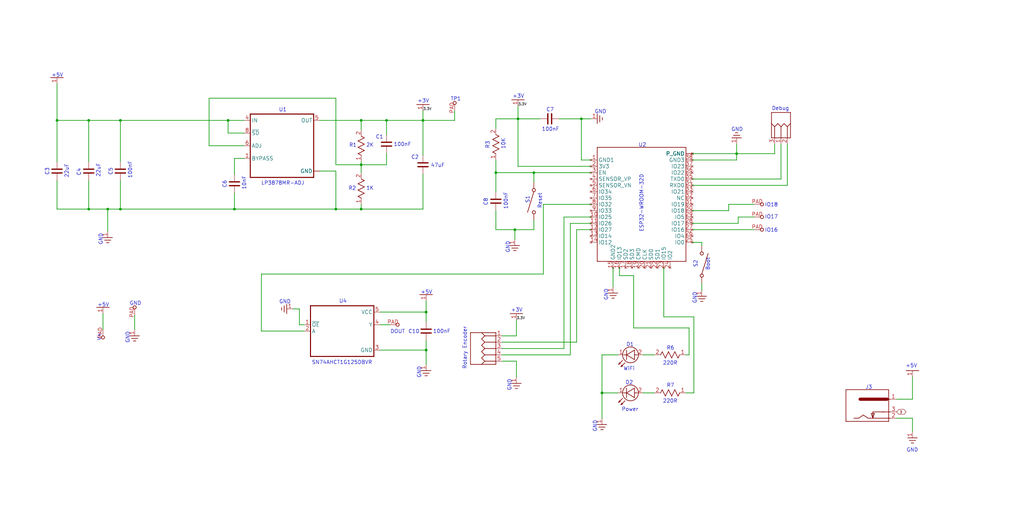
<source format=kicad_sch>
(kicad_sch (version 20250114) (generator "eeschema") (generator_version "9.0")
  (paper "User" 410.464 210.007)
  (lib_symbols
    (symbol "Control Board-eagle-import:+3V" (power)
      (symbol "+3V_1_0"
        (polyline (pts (xy -2.54 0) (xy 2.54 0)) (stroke (width 0.25)))
        (pin power_in line (at 0 -2.54 90) (length 2.54) (name "+3V3") (number "1"))
      )
    )
    (symbol "Control Board-eagle-import:+5V" (power)
      (symbol "+5V_1_0"
        (polyline (pts (xy -2.54 0) (xy 2.54 0)) (stroke (width 0.25)))
        (pin power_in line (at 0 -2.54 90) (length 2.54) (name "+5V") (number "1"))
      )
    )
    (symbol "Control Board-eagle-import:694108301002"
      (symbol "694108301002_1_0"
        (polyline (pts (xy -8.89 6.35) (xy 8.255 6.35)) (stroke (width 0.25)))
        (polyline (pts (xy -8.89 -6.35) (xy -8.89 6.35)) (stroke (width 0.25)))
        (polyline (pts (xy -3.826 -5.08) (xy -5.731 -5.08)) (stroke (width 0.25)))
        (polyline (pts (xy -1.921 -3.81) (xy -3.826 -5.08)) (stroke (width 0.25)))
        (polyline (pts (xy -0.016 -5.08) (xy -1.921 -3.81)) (stroke (width 0.25)))
        (polyline (pts (xy 1.254 -3.175) (xy 2.524 -3.175)) (stroke (width 0.25)))
        (polyline (pts (xy 1.889 -2.54) (xy 1.889 -5.08)) (stroke (width 0.25)))
        (polyline (pts (xy 1.889 -5.08) (xy 1.254 -3.175)) (stroke (width 0.25)))
        (polyline (pts (xy 2.524 -3.175) (xy 1.889 -5.08)) (stroke (width 0.25)))
        (polyline (pts (xy 6.334 -2.54) (xy 1.889 -2.54)) (stroke (width 0.25)))
        (polyline (pts (xy 7.604 2.54) (xy -3.191 2.54)) (stroke (width 1.27)))
        (polyline (pts (xy 8.255 6.35) (xy 8.255 -6.35)) (stroke (width 0.25)))
        (polyline (pts (xy 8.255 -6.35) (xy -8.89 -6.35)) (stroke (width 0.25)))
        (polyline (pts (xy 8.874 2.54) (xy 8.239 2.54)) (stroke (width 0.25)))
        (polyline (pts (xy 8.89 -2.54) (xy 5.699 -2.54)) (stroke (width 0.25)))
        (polyline (pts (xy 8.89 -5.08) (xy -0.016 -5.08)) (stroke (width 0.25)))
        (pin power_in line (at 11.43 2.54 180) (length 2.54) (name "1") (number "1"))
        (pin power_in line (at 11.43 -2.54 180) (length 2.54) (name "3") (number "3"))
        (pin power_in line (at 11.43 -5.08 180) (length 2.54) (name "2") (number "2"))
      )
    )
    (symbol "Control Board-eagle-import:BOOT"
      (symbol "BOOT_1_0"
        (circle (center -4.445 0.013) (radius 0.635) (stroke (width 0.254)))
        (polyline (pts (xy -3.81 0.013) (xy 4.445 -2.527)) (stroke (width 0.25)))
        (circle (center 4.445 0.013) (radius 0.635) (stroke (width 0.254)))
        (pin passive line (at -7.62 0.013 0) (length 2.54) (name "C1") (number "1"))
        (pin passive line (at -7.62 0.013 0) (length 2.54) (name "C1") (number "4"))
        (pin passive line (at 7.62 0.013 180) (length 2.54) (name "C2") (number "2"))
        (pin passive line (at 7.62 0.013 180) (length 2.54) (name "C2") (number "3"))
      )
    )
    (symbol "Control Board-eagle-import:DEBUG"
      (symbol "DEBUG_1_0"
        (polyline (pts (xy -5.08 3.81) (xy 5.08 3.81)) (stroke (width 0.25)))
        (polyline (pts (xy -5.08 -3.81) (xy -5.08 3.81)) (stroke (width 0.25)))
        (polyline (pts (xy -0.635 3.81) (xy 0.635 2.54)) (stroke (width 0.25)))
        (polyline (pts (xy -0.635 1.27) (xy 0.635 2.54)) (stroke (width 0.25)))
        (polyline (pts (xy -0.635 1.27) (xy 0.635 0)) (stroke (width 0.25)))
        (polyline (pts (xy -0.635 -1.27) (xy 0.635 0)) (stroke (width 0.25)))
        (polyline (pts (xy -0.635 -1.27) (xy 0.635 -2.54)) (stroke (width 0.25)))
        (polyline (pts (xy -0.635 -3.81) (xy 0.635 -2.54)) (stroke (width 0.25)))
        (polyline (pts (xy 0.635 2.54) (xy 5.08 2.54)) (stroke (width 0.25)))
        (polyline (pts (xy 0.635 0) (xy 5.08 0)) (stroke (width 0.25)))
        (polyline (pts (xy 0.635 -2.54) (xy 5.08 -2.54)) (stroke (width 0.25)))
        (polyline (pts (xy 5.08 3.81) (xy 5.08 -3.81)) (stroke (width 0.25)))
        (polyline (pts (xy 5.08 -3.81) (xy -5.08 -3.81)) (stroke (width 0.25)))
        (pin passive line (at 7.62 2.54 180) (length 2.54) (name "3") (number "2"))
        (pin passive line (at 7.62 0 180) (length 2.54) (name "2") (number "1"))
        (pin passive line (at 7.62 -2.54 180) (length 2.54) (name "1") (number "3"))
      )
    )
    (symbol "Control Board-eagle-import:ESP32-WROOM-32D"
      (symbol "ESP32-WROOM-32D_1_0"
        (polyline (pts (xy -17.78 22.86) (xy -17.78 -22.86)) (stroke (width 0.25)))
        (polyline (pts (xy -17.78 -22.86) (xy 17.78 -22.86)) (stroke (width 0.25)))
        (polyline (pts (xy 17.78 22.86) (xy -17.78 22.86)) (stroke (width 0.25)))
        (polyline (pts (xy 17.78 -22.86) (xy 17.78 22.86)) (stroke (width 0.25)))
        (pin no_connect line (at -20.32 17.78 0) (length 2.54) (name "GND1") (number "1"))
        (pin no_connect line (at -20.32 15.24 0) (length 2.54) (name "3V3") (number "2"))
        (pin no_connect line (at -20.32 12.7 0) (length 2.54) (name "EN") (number "3"))
        (pin no_connect line (at -20.32 10.16 0) (length 2.54) (name "SENSOR_VP") (number "4"))
        (pin no_connect line (at -20.32 7.62 0) (length 2.54) (name "SENSOR_VN") (number "5"))
        (pin no_connect line (at -20.32 5.08 0) (length 2.54) (name "IO34") (number "6"))
        (pin no_connect line (at -20.32 2.54 0) (length 2.54) (name "IO35") (number "7"))
        (pin no_connect line (at -20.32 0 0) (length 2.54) (name "IO32") (number "8"))
        (pin no_connect line (at -20.32 -2.54 0) (length 2.54) (name "IO33") (number "9"))
        (pin no_connect line (at -20.32 -5.08 0) (length 2.54) (name "IO25") (number "10"))
        (pin no_connect line (at -20.32 -7.62 0) (length 2.54) (name "IO26") (number "11"))
        (pin no_connect line (at -20.32 -10.16 0) (length 2.54) (name "IO27") (number "12"))
        (pin no_connect line (at -20.32 -12.7 0) (length 2.54) (name "IO14") (number "13"))
        (pin no_connect line (at -20.32 -15.24 0) (length 2.54) (name "IO12") (number "14"))
        (pin no_connect line (at -11.43 -25.4 90) (length 2.54) (name "GND2") (number "15"))
        (pin no_connect line (at -8.89 -25.4 90) (length 2.54) (name "IO13") (number "16"))
        (pin no_connect line (at -6.35 -25.4 90) (length 2.54) (name "SD2") (number "17"))
        (pin no_connect line (at -3.81 -25.4 90) (length 2.54) (name "SD3") (number "18"))
        (pin no_connect line (at -1.27 -25.4 90) (length 2.54) (name "CMD") (number "19"))
        (pin no_connect line (at 1.27 -25.4 90) (length 2.54) (name "CLK") (number "20"))
        (pin no_connect line (at 3.81 -25.4 90) (length 2.54) (name "SD0") (number "21"))
        (pin no_connect line (at 6.35 -25.4 90) (length 2.54) (name "SD1") (number "22"))
        (pin no_connect line (at 8.89 -25.4 90) (length 2.54) (name "IO15") (number "23"))
        (pin no_connect line (at 11.43 -25.4 90) (length 2.54) (name "IO2") (number "24"))
        (pin no_connect line (at 20.32 20.32 180) (length 2.54) (name "P_GND") (number "39"))
        (pin no_connect line (at 20.32 20.32 180) (length 2.54) (name "P_GND") (number "42"))
        (pin no_connect line (at 20.32 20.32 180) (length 2.54) (name "P_GND") (number "43"))
        (pin no_connect line (at 20.32 17.78 180) (length 2.54) (name "GND3") (number "38"))
        (pin no_connect line (at 20.32 15.24 180) (length 2.54) (name "IO23") (number "37"))
        (pin no_connect line (at 20.32 12.7 180) (length 2.54) (name "IO22") (number "36"))
        (pin no_connect line (at 20.32 10.16 180) (length 2.54) (name "TXD0") (number "35"))
        (pin no_connect line (at 20.32 7.62 180) (length 2.54) (name "RXD0") (number "34"))
        (pin no_connect line (at 20.32 5.08 180) (length 2.54) (name "IO21") (number "33"))
        (pin no_connect line (at 20.32 2.54 180) (length 2.54) (name "NC") (number "32"))
        (pin no_connect line (at 20.32 0 180) (length 2.54) (name "IO19") (number "31"))
        (pin no_connect line (at 20.32 -2.54 180) (length 2.54) (name "IO18") (number "30"))
        (pin no_connect line (at 20.32 -5.08 180) (length 2.54) (name "IO5") (number "29"))
        (pin no_connect line (at 20.32 -7.62 180) (length 2.54) (name "IO17") (number "28"))
        (pin no_connect line (at 20.32 -10.16 180) (length 2.54) (name "IO16") (number "27"))
        (pin no_connect line (at 20.32 -12.7 180) (length 2.54) (name "IO4") (number "26"))
        (pin no_connect line (at 20.32 -15.24 180) (length 2.54) (name "IO0") (number "25"))
      )
    )
    (symbol "Control Board-eagle-import:GND" (power)
      (symbol "GND_1_0"
        (polyline (pts (xy -1.905 1.016) (xy 1.905 1.016)) (stroke (width 0.25)))
        (polyline (pts (xy -1.27 0) (xy 1.27 0)) (stroke (width 0.25)))
        (polyline (pts (xy -0.508 -1.016) (xy 0.508 -1.016)) (stroke (width 0.25)))
        (pin power_in line (at 0 3.556 270) (length 2.54) (name "GND") (number "1"))
      )
    )
    (symbol "Control Board-eagle-import:LED"
      (symbol "LED_1_0"
        (polyline (pts (xy -3.327 -0.787) (xy -2.388 -0.787)) (stroke (width 0.25)))
        (polyline (pts (xy -2.388 1.118) (xy -2.388 -2.692)) (stroke (width 0.25)))
        (polyline (pts (xy -2.388 -2.692) (xy 0.787 -0.787)) (stroke (width 0.25)))
        (circle (center -0.787 -0.787) (radius 3.175) (stroke (width 0.254)))
        (polyline (pts (xy 0.787 -0.787) (xy -2.388 1.118)) (stroke (width 0.25)))
        (polyline (pts (xy 0.787 -0.787) (xy 1.753 -0.787)) (stroke (width 0.25)))
        (polyline (pts (xy 0.787 -2.692) (xy 0.787 1.118)) (stroke (width 0.25)))
        (polyline (pts (xy 1.422 2.388) (xy 3.023 3.962)) (stroke (width 0.25)))
        (polyline (pts (xy 2.388 3.658) (xy 2.692 3.327)) (stroke (width 0.25)))
        (polyline (pts (xy 2.388 1.422) (xy 3.962 3.023)) (stroke (width 0.25)))
        (polyline (pts (xy 2.692 3.327) (xy 3.023 3.962)) (stroke (width 0.25)))
        (polyline (pts (xy 3.023 3.962) (xy 2.388 3.658)) (stroke (width 0.25)))
        (polyline (pts (xy 3.327 2.692) (xy 3.658 2.388)) (stroke (width 0.25)))
        (polyline (pts (xy 3.658 2.388) (xy 3.962 3.023)) (stroke (width 0.25)))
        (polyline (pts (xy 3.962 3.023) (xy 3.327 2.692)) (stroke (width 0.25)))
        (pin passive line (at -5.867 -0.787 0) (length 2.54) (name "A") (number "2"))
        (pin passive line (at 4.293 -0.787 180) (length 2.54) (name "K") (number "1"))
      )
    )
    (symbol "Control Board-eagle-import:LP3878MR-ADJ"
      (symbol "LP3878MR-ADJ_1_0"
        (polyline (pts (xy -12.7 12.7) (xy 12.7 12.7)) (stroke (width 0.41)))
        (polyline (pts (xy -12.7 -12.7) (xy -12.7 12.7)) (stroke (width 0.41)))
        (polyline (pts (xy 12.7 12.7) (xy 12.7 -12.7)) (stroke (width 0.41)))
        (polyline (pts (xy 12.7 -12.7) (xy -12.7 -12.7)) (stroke (width 0.41)))
        (pin input line (at -15.24 10.16 0) (length 2.54) (name "IN") (number "4"))
        (pin bidirectional line (at -15.24 5.08 0) (length 2.54) (name "~{SD}") (number "8"))
        (pin bidirectional line (at -15.24 0 0) (length 2.54) (name "ADJ") (number "6"))
        (pin bidirectional line (at -15.24 -5.08 0) (length 2.54) (name "BYPASS") (number "1"))
        (pin output line (at 15.24 10.16 180) (length 2.54) (name "OUT") (number "5"))
        (pin power_in line (at 15.24 -10.16 180) (length 2.54) (name "GND") (number "3"))
        (pin power_in line (at 15.24 -10.16 180) (length 2.54) (name "GND") (number "9"))
      )
    )
    (symbol "Control Board-eagle-import:RES"
      (symbol "RES_1_0"
        (polyline (pts (xy -3.81 0) (xy -3.175 1.27)) (stroke (width 0.25)))
        (polyline (pts (xy -3.175 1.27) (xy -1.905 -1.27)) (stroke (width 0.25)))
        (polyline (pts (xy -1.905 -1.27) (xy -0.635 1.27)) (stroke (width 0.25)))
        (polyline (pts (xy -0.635 1.27) (xy 0.635 -1.27)) (stroke (width 0.25)))
        (polyline (pts (xy 0.635 -1.27) (xy 1.905 1.27)) (stroke (width 0.25)))
        (polyline (pts (xy 1.905 1.27) (xy 3.175 -1.27)) (stroke (width 0.25)))
        (polyline (pts (xy 3.175 -1.27) (xy 3.81 0)) (stroke (width 0.25)))
        (pin passive line (at -6.35 0 0) (length 2.54) (name "A") (number "1"))
        (pin passive line (at 6.35 0 180) (length 2.54) (name "B") (number "2"))
      )
    )
    (symbol "Control Board-eagle-import:RESET"
      (symbol "RESET_1_0"
        (circle (center -4.445 0.013) (radius 0.635) (stroke (width 0.254)))
        (polyline (pts (xy -3.81 0.013) (xy 4.445 -2.527)) (stroke (width 0.25)))
        (circle (center 4.445 0.013) (radius 0.635) (stroke (width 0.254)))
        (pin passive line (at -7.62 0.013 0) (length 2.54) (name "C1") (number "1"))
        (pin passive line (at -7.62 0.013 0) (length 2.54) (name "C1") (number "4"))
        (pin passive line (at 7.62 0.013 180) (length 2.54) (name "C2") (number "2"))
        (pin passive line (at 7.62 0.013 180) (length 2.54) (name "C2") (number "3"))
      )
    )
    (symbol "Control Board-eagle-import:RES_0603"
      (symbol "RES_0603_1_0"
        (polyline (pts (xy -3.81 0) (xy -3.175 1.27)) (stroke (width 0.25)))
        (polyline (pts (xy -3.175 1.27) (xy -1.905 -1.27)) (stroke (width 0.25)))
        (polyline (pts (xy -1.905 -1.27) (xy -0.635 1.27)) (stroke (width 0.25)))
        (polyline (pts (xy -0.635 1.27) (xy 0.635 -1.27)) (stroke (width 0.25)))
        (polyline (pts (xy 0.635 -1.27) (xy 1.905 1.27)) (stroke (width 0.25)))
        (polyline (pts (xy 1.905 1.27) (xy 3.175 -1.27)) (stroke (width 0.25)))
        (polyline (pts (xy 3.175 -1.27) (xy 3.81 0)) (stroke (width 0.25)))
        (pin passive line (at -6.35 0 0) (length 2.54) (name "1") (number "1"))
        (pin passive line (at 6.35 0 180) (length 2.54) (name "2") (number "2"))
      )
    )
    (symbol "Control Board-eagle-import:ROTARY_ENCODER"
      (symbol "ROTARY_ENCODER_1_0"
        (polyline (pts (xy -5.08 6.35) (xy 5.08 6.35)) (stroke (width 0.25)))
        (polyline (pts (xy -5.08 -6.35) (xy -5.08 6.35)) (stroke (width 0.25)))
        (polyline (pts (xy -0.635 5.08) (xy -5.08 5.08)) (stroke (width 0.25)))
        (polyline (pts (xy -0.635 2.54) (xy -5.08 2.54)) (stroke (width 0.25)))
        (polyline (pts (xy -0.635 0) (xy -5.08 0)) (stroke (width 0.25)))
        (polyline (pts (xy -0.635 -2.54) (xy -5.08 -2.54)) (stroke (width 0.25)))
        (polyline (pts (xy -0.635 -5.08) (xy -5.08 -5.08)) (stroke (width 0.25)))
        (polyline (pts (xy 0.635 6.35) (xy -0.635 5.08)) (stroke (width 0.25)))
        (polyline (pts (xy 0.635 3.81) (xy -0.635 5.08)) (stroke (width 0.25)))
        (polyline (pts (xy 0.635 3.81) (xy -0.635 2.54)) (stroke (width 0.25)))
        (polyline (pts (xy 0.635 1.27) (xy -0.635 2.54)) (stroke (width 0.25)))
        (polyline (pts (xy 0.635 1.27) (xy -0.635 0)) (stroke (width 0.25)))
        (polyline (pts (xy 0.635 -1.27) (xy -0.635 0)) (stroke (width 0.25)))
        (polyline (pts (xy 0.635 -1.27) (xy -0.635 -2.54)) (stroke (width 0.25)))
        (polyline (pts (xy 0.635 -3.81) (xy -0.635 -2.54)) (stroke (width 0.25)))
        (polyline (pts (xy 0.635 -3.81) (xy -0.635 -5.08)) (stroke (width 0.25)))
        (polyline (pts (xy 0.635 -6.35) (xy -0.635 -5.08)) (stroke (width 0.25)))
        (polyline (pts (xy 5.08 6.35) (xy 5.08 -6.35)) (stroke (width 0.25)))
        (polyline (pts (xy 5.08 -6.35) (xy -5.08 -6.35)) (stroke (width 0.25)))
        (pin passive line (at -7.62 5.08 0) (length 2.54) (name "P5") (number "5"))
        (pin passive line (at -7.62 2.54 0) (length 2.54) (name "P4") (number "4"))
        (pin passive line (at -7.62 0 0) (length 2.54) (name "P3") (number "3"))
        (pin passive line (at -7.62 -2.54 0) (length 2.54) (name "P2") (number "2"))
        (pin passive line (at -7.62 -5.08 0) (length 2.54) (name "P1") (number "1"))
      )
    )
    (symbol "Control Board-eagle-import:SMD/R2.0X2.0"
      (symbol "SMD/R2.0X2.0_1_0"
        (circle (center 0 0) (radius 0.635) (stroke (width 0.254)))
        (pin passive line (at 0 -3.175 90) (length 2.54) (name "PAD") (number "PAD"))
      )
    )
    (symbol "Control Board-eagle-import:SMD/RREC2.0X4.0"
      (symbol "SMD/RREC2.0X4.0_1_0"
        (circle (center 0 0) (radius 0.635) (stroke (width 0.254)))
        (pin passive line (at 0 -3.175 90) (length 2.54) (name "PAD") (number "PAD"))
      )
    )
    (symbol "Control Board-eagle-import:SN74AHCT1G125DBVR"
      (symbol "SN74AHCT1G125DBVR_1_0"
        (polyline (pts (xy -12.7 10.16) (xy 12.7 10.16)) (stroke (width 0.41)))
        (polyline (pts (xy -12.7 -10.16) (xy -12.7 10.16)) (stroke (width 0.41)))
        (polyline (pts (xy 12.7 10.16) (xy 12.7 -10.16)) (stroke (width 0.41)))
        (polyline (pts (xy 12.7 -10.16) (xy -12.7 -10.16)) (stroke (width 0.41)))
        (pin input line (at -15.24 2.54 0) (length 2.54) (name "~{OE}") (number "1"))
        (pin input line (at -15.24 0 0) (length 2.54) (name "A") (number "2"))
        (pin power_in line (at 15.24 7.62 180) (length 2.54) (name "VCC") (number "5"))
        (pin output line (at 15.24 2.54 180) (length 2.54) (name "Y") (number "4"))
        (pin power_in line (at 15.24 -7.62 180) (length 2.54) (name "GND") (number "3"))
      )
    )
    (symbol "Device:C" (pin_numbers (hide yes)) (pin_names (offset 0.254))
      (property "Reference" "C" (at 0.635 2.54 0))
      (property "Value" "C" (at 0.635 -2.54 0))
      (symbol "C_0_1"
        (polyline (pts (xy -2.032 0.762) (xy 2.032 0.762)) (stroke (width 0.508)))
        (polyline (pts (xy -2.032 -0.762) (xy 2.032 -0.762)) (stroke (width 0.508)))
      )
      (symbol "C_1_1"
        (pin passive line (at 0 3.81 270) (length 2.794) (name "~") (number "1"))
        (pin passive line (at 0 -3.81 90) (length 2.794) (name "~") (number "2"))
      )
    )
  )
  (text "+5V" (at 20.64 31.055 0) (effects (font (size 1.48 1.48)) (justify left bottom)))
  (text "1K" (at 149.86 74.676 0) (effects (font (size 1.48 1.48)) (justify right top)))
  (text "GND" (at 111.881 121.92 0) (effects (font (size 1.48 1.48)) (justify left bottom)))
  (text "+3V" (at 205.425 39.505 0) (effects (font (size 1.48 1.48)) (justify left bottom)))
  (text "100nF" (at 164.846 57.15 0) (effects (font (size 1.48 1.48)) (justify right top)))
  (text "Boot" (at 282.905 108.501 90) (effects (font (size 1.48 1.48)) (justify left top)))
  (text "47uF" (at 178.308 65.532 0) (effects (font (size 1.48 1.48)) (justify right top)))
  (text "U4" (at 135.89 121.666 0) (effects (font (size 1.48 1.48)) (justify left bottom)))
  (text "Debug" (at 309.372 44.45 0) (effects (font (size 1.48 1.48)) (justify left bottom)))
  (text "S1" (at 212.395 81.574 90) (effects (font (size 1.48 1.48)) (justify left bottom)))
  (text "100nF" (at 201.93 84.074 90) (effects (font (size 1.48 1.48)) (justify left top)))
  (text "100nF" (at 51.308 71.628 90) (effects (font (size 1.48 1.48)) (justify left top)))
  (text "D1" (at 251.014 139.065 0) (effects (font (size 1.48 1.48)) (justify left bottom)))
  (text "R3" (at 196.342 59.69 90) (effects (font (size 1.48 1.48)) (justify left bottom)))
  (text "2K" (at 149.86 57.404 0) (effects (font (size 1.48 1.48)) (justify right top)))
  (text "IO17" (at 306.578 87.884 0) (effects (font (size 1.48 1.48)) (justify left bottom)))
  (text "C6" (at 90.932 75.438 90) (effects (font (size 1.48 1.48)) (justify left bottom)))
  (text "C8" (at 195.58 82.55 90) (effects (font (size 1.48 1.48)) (justify left bottom)))
  (text "GND" (at 41.275 98.304 90) (effects (font (size 1.48 1.48)) (justify left bottom)))
  (text "GND" (at 238.373 45.72 0) (effects (font (size 1.48 1.48)) (justify left bottom)))
  (text "V+" (at 40.64 136.729 90) (effects (font (size 1.48 1.48)) (justify left bottom)))
  (text "GND" (at 279.4 121.799 90) (effects (font (size 1.48 1.48)) (justify left bottom)))
  (text "10nF" (at 97.028 76.2 90) (effects (font (size 1.48 1.48)) (justify left top)))
  (text "J3" (at 346.87 156.21 0) (effects (font (size 1.48 1.48)) (justify left bottom)))
  (text "22uF" (at 38.608 71.12 90) (effects (font (size 1.48 1.48)) (justify left top)))
  (text "GND" (at 168.91 151.644 90) (effects (font (size 1.48 1.48)) (justify left bottom)))
  (text "C1" (at 153.67 55.88 0) (effects (font (size 1.48 1.48)) (justify right bottom)))
  (text "220R" (at 265.684 160.02 0) (effects (font (size 1.48 1.48)) (justify left top)))
  (text "S2" (at 279.73 107.301 90) (effects (font (size 1.48 1.48)) (justify left bottom)))
  (text "C3" (at 19.812 70.358 90) (effects (font (size 1.48 1.48)) (justify left bottom)))
  (text "GND" (at 52.07 137.674 90) (effects (font (size 1.48 1.48)) (justify left bottom)))
  (text "Reset" (at 215.57 83.663 90) (effects (font (size 1.48 1.48)) (justify left top)))
  (text "220R" (at 265.684 144.78 0) (effects (font (size 1.48 1.48)) (justify left top)))
  (text "R2" (at 142.748 76.454 0) (effects (font (size 1.48 1.48)) (justify right bottom)))
  (text "Power" (at 249.174 163.322 0) (effects (font (size 1.48 1.48)) (justify left top)))
  (text "22uF" (at 25.908 71.374 90) (effects (font (size 1.48 1.48)) (justify left top)))
  (text "GND" (at 243.84 120.529 90) (effects (font (size 1.48 1.48)) (justify left bottom)))
  (text "U1" (at 111.76 44.958 0) (effects (font (size 1.48 1.48)) (justify left bottom)))
  (text "+3V" (at 167.325 41.41 0) (effects (font (size 1.48 1.48)) (justify left bottom)))
  (text "10K" (at 200.914 59.944 90) (effects (font (size 1.48 1.48)) (justify left top)))
  (text "IO16" (at 306.578 93.218 0) (effects (font (size 1.48 1.48)) (justify left bottom)))
  (text "+3V" (at 204.79 125.23 0) (effects (font (size 1.48 1.48)) (justify left bottom)))
  (text "C4" (at 32.512 70.612 90) (effects (font (size 1.48 1.48)) (justify left bottom)))
  (text "SN74AHCT1G125DBVR" (at 124.968 144.526 0) (effects (font (size 1.48 1.48)) (justify left top)))
  (text "C2" (at 167.894 64.008 0) (effects (font (size 1.48 1.48)) (justify right bottom)))
  (text "WiFi" (at 249.886 146.99 0) (effects (font (size 1.48 1.48)) (justify left top)))
  (text "DOUT" (at 156.464 133.858 0) (effects (font (size 1.48 1.48)) (justify left bottom)))
  (text "GND" (at 204.47 101.479 90) (effects (font (size 1.48 1.48)) (justify left bottom)))
  (text "100nF" (at 217.17 51.054 0) (effects (font (size 1.48 1.48)) (justify left top)))
  (text "U2" (at 255.919 59.055 0) (effects (font (size 1.48 1.48)) (justify left bottom)))
  (text "+5V" (at 39.055 123.13 0) (effects (font (size 1.48 1.48)) (justify left bottom)))
  (text "LP3878MR-ADJ" (at 104.648 72.644 0) (effects (font (size 1.48 1.48)) (justify left top)))
  (text "GND" (at 293.116 52.832 0) (effects (font (size 1.48 1.48)) (justify left bottom)))
  (text "GND" (at 205.105 156.724 90) (effects (font (size 1.48 1.48)) (justify left bottom)))
  (text "D2" (at 250.686 154.305 0) (effects (font (size 1.48 1.48)) (justify left bottom)))
  (text "GND" (at 51.937 122.555 0) (effects (font (size 1.48 1.48)) (justify left bottom)))
  (text "GND" (at 239.395 173.234 90) (effects (font (size 1.48 1.48)) (justify left bottom)))
  (text "+5V" (at 168.595 118.05 0) (effects (font (size 1.48 1.48)) (justify left bottom)))
  (text "C7" (at 218.948 44.958 0) (effects (font (size 1.48 1.48)) (justify left bottom)))
  (text "R7" (at 267.208 155.448 0) (effects (font (size 1.48 1.48)) (justify left bottom)))
  (text "Rotary Encoder" (at 187.198 148.082 90) (effects (font (size 1.48 1.48)) (justify left bottom)))
  (text "C10" (at 168.148 133.858 0) (effects (font (size 1.48 1.48)) (justify right bottom)))
  (text "GND" (at 368.046 181.356 0) (effects (font (size 1.48 1.48)) (justify right bottom)))
  (text "IO18" (at 306.578 83.058 0) (effects (font (size 1.48 1.48)) (justify left bottom)))
  (text "C5" (at 45.212 70.358 90) (effects (font (size 1.48 1.48)) (justify left bottom)))
  (text "TP1" (at 180.571 40.64 0) (effects (font (size 1.48 1.48)) (justify left bottom)))
  (text "ESP32-WROOM-32D" (at 257.175 93.086 90) (effects (font (size 1.48 1.48)) (justify left)))
  (text "+5V" (at 362.966 147.574 0) (effects (font (size 1.48 1.48)) (justify left bottom)))
  (text "100nF" (at 180.594 132.08 0) (effects (font (size 1.48 1.48)) (justify right top)))
  (text "R6" (at 267.208 140.462 0) (effects (font (size 1.48 1.48)) (justify left bottom)))
  (text "R1" (at 143.002 59.182 0) (effects (font (size 1.48 1.48)) (justify right bottom)))
  (junction (at 154.94 48.26))
  (junction (at 144.78 48.26))
  (junction (at 207.645 47.625))
  (junction (at 91.44 48.26))
  (junction (at 241.3 157.48))
  (junction (at 233.045 47.625))
  (junction (at 35.56 83.82))
  (junction (at 144.78 83.82))
  (junction (at 48.26 83.82))
  (junction (at 48.26 48.26))
  (junction (at 213.995 69.215))
  (junction (at 198.755 69.215))
  (junction (at 144.78 66.04))
  (junction (at 22.86 48.26))
  (junction (at 43.18 83.82))
  (junction (at 35.56 48.26))
  (junction (at 170.815 140.335))
  (junction (at 206.375 92.075))
  (junction (at 169.545 48.26))
  (junction (at 295.275 61.595))
  (junction (at 134.62 83.82))
  (junction (at 170.815 125.095))
  (junction (at 93.98 83.82))
  (wire (pts (xy 231.14 92.075) (xy 231.14 137.16)) (stroke (width 0.25)))
  (wire (pts (xy 302.26 86.995) (xy 295.91 86.995)) (stroke (width 0.25)))
  (wire (pts (xy 169.545 83.82) (xy 144.78 83.82)) (stroke (width 0.25)))
  (wire (pts (xy 245.745 114.935) (xy 245.745 107.315)) (stroke (width 0.25)))
  (wire (pts (xy 365.76 160.02) (xy 359.41 160.02)) (stroke (width 0.25)))
  (wire (pts (xy 169.545 44.45) (xy 169.545 48.26)) (stroke (width 0.25)))
  (wire (pts (xy 35.56 83.82) (xy 22.86 83.82)) (stroke (width 0.25)))
  (wire (pts (xy 198.755 47.625) (xy 207.645 47.625)) (stroke (width 0.25)))
  (wire (pts (xy 236.855 64.135) (xy 233.045 64.135)) (stroke (width 0.25)))
  (wire (pts (xy 154.94 48.26) (xy 169.545 48.26)) (stroke (width 0.25)))
  (wire (pts (xy 128.27 68.58) (xy 134.62 68.58)) (stroke (width 0.25)))
  (wire (pts (xy 134.62 68.58) (xy 134.62 83.82)) (stroke (width 0.25)))
  (wire (pts (xy 254 110.49) (xy 248.285 110.49)) (stroke (width 0.25)))
  (wire (pts (xy 233.045 47.625) (xy 224.155 47.625)) (stroke (width 0.25)))
  (wire (pts (xy 35.56 48.26) (xy 48.26 48.26)) (stroke (width 0.25)))
  (wire (pts (xy 278.13 157.48) (xy 278.13 127)) (stroke (width 0.25)))
  (wire (pts (xy 198.755 84.455) (xy 198.755 92.075)) (stroke (width 0.25)))
  (wire (pts (xy 207.645 66.675) (xy 236.855 66.675)) (stroke (width 0.25)))
  (wire (pts (xy 182.245 48.26) (xy 169.545 48.26)) (stroke (width 0.25)))
  (wire (pts (xy 48.26 83.82) (xy 48.26 72.39)) (stroke (width 0.25)))
  (wire (pts (xy 313.055 71.755) (xy 277.495 71.755)) (stroke (width 0.25)))
  (wire (pts (xy 292.1 84.455) (xy 277.495 84.455)) (stroke (width 0.25)))
  (wire (pts (xy 213.995 69.215) (xy 236.855 69.215)) (stroke (width 0.25)))
  (wire (pts (xy 144.78 81.915) (xy 144.78 83.82)) (stroke (width 0.25)))
  (wire (pts (xy 198.755 76.835) (xy 198.755 69.215)) (stroke (width 0.25)))
  (wire (pts (xy 247.65 142.24) (xy 241.3 142.24)) (stroke (width 0.25)))
  (wire (pts (xy 93.98 63.5) (xy 97.79 63.5)) (stroke (width 0.25)))
  (wire (pts (xy 154.94 61.595) (xy 154.94 66.04)) (stroke (width 0.25)))
  (wire (pts (xy 83.82 39.37) (xy 134.62 39.37)) (stroke (width 0.25)))
  (wire (pts (xy 152.4 125.095) (xy 170.815 125.095)) (stroke (width 0.25)))
  (wire (pts (xy 134.62 83.82) (xy 93.98 83.82)) (stroke (width 0.25)))
  (wire (pts (xy 207.01 151.13) (xy 207.01 144.78)) (stroke (width 0.25)))
  (wire (pts (xy 134.62 39.37) (xy 134.62 66.04)) (stroke (width 0.25)))
  (wire (pts (xy 281.305 97.155) (xy 277.495 97.155)) (stroke (width 0.25)))
  (wire (pts (xy 91.44 48.26) (xy 97.79 48.26)) (stroke (width 0.25)))
  (wire (pts (xy 276.225 142.24) (xy 276.225 131.445)) (stroke (width 0.25)))
  (wire (pts (xy 144.78 69.215) (xy 144.78 66.04)) (stroke (width 0.25)))
  (wire (pts (xy 213.995 92.075) (xy 213.995 88.265)) (stroke (width 0.25)))
  (wire (pts (xy 226.06 139.7) (xy 201.295 139.7)) (stroke (width 0.25)))
  (wire (pts (xy 365.76 167.64) (xy 359.41 167.64)) (stroke (width 0.25)))
  (wire (pts (xy 104.775 132.715) (xy 121.92 132.715)) (stroke (width 0.25)))
  (wire (pts (xy 281.305 113.665) (xy 281.305 116.205)) (stroke (width 0.25)))
  (wire (pts (xy 48.26 48.26) (xy 48.26 64.77)) (stroke (width 0.25)))
  (wire (pts (xy 182.245 44.45) (xy 182.245 48.26)) (stroke (width 0.25)))
  (wire (pts (xy 213.995 69.215) (xy 198.755 69.215)) (stroke (width 0.25)))
  (wire (pts (xy 144.78 66.04) (xy 144.78 64.77)) (stroke (width 0.25)))
  (wire (pts (xy 247.65 157.48) (xy 241.3 157.48)) (stroke (width 0.25)))
  (wire (pts (xy 154.94 66.04) (xy 144.78 66.04)) (stroke (width 0.25)))
  (wire (pts (xy 206.375 92.075) (xy 213.995 92.075)) (stroke (width 0.25)))
  (wire (pts (xy 231.14 137.16) (xy 201.295 137.16)) (stroke (width 0.25)))
  (wire (pts (xy 93.98 83.82) (xy 48.26 83.82)) (stroke (width 0.25)))
  (wire (pts (xy 207.645 47.625) (xy 207.645 66.675)) (stroke (width 0.25)))
  (wire (pts (xy 169.545 69.85) (xy 169.545 83.82)) (stroke (width 0.25)))
  (wire (pts (xy 262.255 142.24) (xy 257.81 142.24)) (stroke (width 0.25)))
  (wire (pts (xy 206.375 95.885) (xy 206.375 92.075)) (stroke (width 0.25)))
  (wire (pts (xy 241.3 157.48) (xy 241.3 167.64)) (stroke (width 0.25)))
  (wire (pts (xy 128.27 48.26) (xy 144.78 48.26)) (stroke (width 0.25)))
  (wire (pts (xy 35.56 72.39) (xy 35.56 83.82)) (stroke (width 0.25)))
  (wire (pts (xy 365.76 172.974) (xy 365.76 167.64)) (stroke (width 0.25)))
  (wire (pts (xy 276.225 142.24) (xy 274.955 142.24)) (stroke (width 0.25)))
  (wire (pts (xy 170.815 136.525) (xy 170.815 140.335)) (stroke (width 0.25)))
  (wire (pts (xy 236.855 81.915) (xy 217.805 81.915)) (stroke (width 0.25)))
  (wire (pts (xy 207.645 42.545) (xy 207.645 47.625)) (stroke (width 0.25)))
  (wire (pts (xy 228.6 89.535) (xy 228.6 142.24)) (stroke (width 0.25)))
  (wire (pts (xy 154.94 53.975) (xy 154.94 48.26)) (stroke (width 0.25)))
  (wire (pts (xy 302.26 92.075) (xy 277.495 92.075)) (stroke (width 0.25)))
  (wire (pts (xy 295.275 64.135) (xy 295.275 61.595)) (stroke (width 0.25)))
  (wire (pts (xy 198.755 92.075) (xy 206.375 92.075)) (stroke (width 0.25)))
  (wire (pts (xy 207.01 134.62) (xy 201.295 134.62)) (stroke (width 0.25)))
  (wire (pts (xy 207.01 128.27) (xy 207.01 134.62)) (stroke (width 0.25)))
  (wire (pts (xy 365.76 151.13) (xy 365.76 160.02)) (stroke (width 0.25)))
  (wire (pts (xy 170.815 125.095) (xy 170.815 120.65)) (stroke (width 0.25)))
  (wire (pts (xy 198.755 64.135) (xy 198.755 69.215)) (stroke (width 0.25)))
  (wire (pts (xy 295.91 89.535) (xy 277.495 89.535)) (stroke (width 0.25)))
  (wire (pts (xy 43.18 83.82) (xy 35.56 83.82)) (stroke (width 0.25)))
  (wire (pts (xy 277.495 64.135) (xy 295.275 64.135)) (stroke (width 0.25)))
  (wire (pts (xy 228.6 142.24) (xy 201.295 142.24)) (stroke (width 0.25)))
  (wire (pts (xy 236.855 92.075) (xy 231.14 92.075)) (stroke (width 0.25)))
  (wire (pts (xy 236.855 86.995) (xy 226.06 86.995)) (stroke (width 0.25)))
  (wire (pts (xy 266.065 127) (xy 266.065 107.315)) (stroke (width 0.25)))
  (wire (pts (xy 170.815 140.335) (xy 170.815 146.05)) (stroke (width 0.25)))
  (wire (pts (xy 236.855 47.625) (xy 233.045 47.625)) (stroke (width 0.25)))
  (wire (pts (xy 216.535 47.625) (xy 207.645 47.625)) (stroke (width 0.25)))
  (wire (pts (xy 295.275 61.595) (xy 295.275 57.785)) (stroke (width 0.25)))
  (wire (pts (xy 302.26 81.915) (xy 292.1 81.915)) (stroke (width 0.25)))
  (wire (pts (xy 310.515 57.785) (xy 310.515 61.595)) (stroke (width 0.25)))
  (wire (pts (xy 213.995 73.025) (xy 213.995 69.215)) (stroke (width 0.25)))
  (wire (pts (xy 310.515 61.595) (xy 295.275 61.595)) (stroke (width 0.25)))
  (wire (pts (xy 41.275 125.73) (xy 41.275 132.08)) (stroke (width 0.25)))
  (wire (pts (xy 274.955 157.48) (xy 278.13 157.48)) (stroke (width 0.25)))
  (wire (pts (xy 93.98 77.47) (xy 93.98 83.82)) (stroke (width 0.25)))
  (wire (pts (xy 22.86 83.82) (xy 22.86 72.39)) (stroke (width 0.25)))
  (wire (pts (xy 120.015 130.175) (xy 120.015 123.825)) (stroke (width 0.25)))
  (wire (pts (xy 233.045 64.135) (xy 233.045 47.625)) (stroke (width 0.25)))
  (wire (pts (xy 241.3 142.24) (xy 241.3 157.48)) (stroke (width 0.25)))
  (wire (pts (xy 104.775 109.855) (xy 104.775 132.715)) (stroke (width 0.25)))
  (wire (pts (xy 207.01 144.78) (xy 201.295 144.78)) (stroke (width 0.25)))
  (wire (pts (xy 278.13 127) (xy 266.065 127)) (stroke (width 0.25)))
  (wire (pts (xy 43.18 92.71) (xy 43.18 83.82)) (stroke (width 0.25)))
  (wire (pts (xy 35.56 48.26) (xy 22.86 48.26)) (stroke (width 0.25)))
  (wire (pts (xy 152.4 140.335) (xy 170.815 140.335)) (stroke (width 0.25)))
  (wire (pts (xy 97.79 58.42) (xy 83.82 58.42)) (stroke (width 0.25)))
  (wire (pts (xy 35.56 64.77) (xy 35.56 48.26)) (stroke (width 0.25)))
  (wire (pts (xy 91.44 53.34) (xy 91.44 48.26)) (stroke (width 0.25)))
  (wire (pts (xy 120.015 123.825) (xy 117.475 123.825)) (stroke (width 0.25)))
  (wire (pts (xy 292.1 81.915) (xy 292.1 84.455)) (stroke (width 0.25)))
  (wire (pts (xy 236.855 89.535) (xy 228.6 89.535)) (stroke (width 0.25)))
  (wire (pts (xy 313.055 57.785) (xy 313.055 71.755)) (stroke (width 0.25)))
  (wire (pts (xy 144.78 52.07) (xy 144.78 48.26)) (stroke (width 0.25)))
  (wire (pts (xy 156.21 130.175) (xy 152.4 130.175)) (stroke (width 0.25)))
  (wire (pts (xy 217.805 109.855) (xy 104.775 109.855)) (stroke (width 0.25)))
  (wire (pts (xy 248.285 110.49) (xy 248.285 107.315)) (stroke (width 0.25)))
  (wire (pts (xy 53.975 132.08) (xy 53.975 126.365)) (stroke (width 0.25)))
  (wire (pts (xy 170.815 128.905) (xy 170.815 125.095)) (stroke (width 0.25)))
  (wire (pts (xy 198.755 51.435) (xy 198.755 47.625)) (stroke (width 0.25)))
  (wire (pts (xy 315.595 74.295) (xy 277.495 74.295)) (stroke (width 0.25)))
  (wire (pts (xy 48.26 83.82) (xy 43.18 83.82)) (stroke (width 0.25)))
  (wire (pts (xy 276.225 131.445) (xy 254 131.445)) (stroke (width 0.25)))
  (wire (pts (xy 281.305 97.155) (xy 281.305 98.425)) (stroke (width 0.25)))
  (wire (pts (xy 83.82 58.42) (xy 83.82 39.37)) (stroke (width 0.25)))
  (wire (pts (xy 277.495 61.595) (xy 295.275 61.595)) (stroke (width 0.25)))
  (wire (pts (xy 254 131.445) (xy 254 110.49)) (stroke (width 0.25)))
  (wire (pts (xy 48.26 48.26) (xy 91.44 48.26)) (stroke (width 0.25)))
  (wire (pts (xy 295.91 86.995) (xy 295.91 89.535)) (stroke (width 0.25)))
  (wire (pts (xy 134.62 66.04) (xy 144.78 66.04)) (stroke (width 0.25)))
  (wire (pts (xy 262.255 157.48) (xy 257.81 157.48)) (stroke (width 0.25)))
  (wire (pts (xy 169.545 48.26) (xy 169.545 62.23)) (stroke (width 0.25)))
  (wire (pts (xy 22.86 48.26) (xy 22.86 33.655)) (stroke (width 0.25)))
  (wire (pts (xy 144.78 48.26) (xy 154.94 48.26)) (stroke (width 0.25)))
  (wire (pts (xy 93.98 69.85) (xy 93.98 63.5)) (stroke (width 0.25)))
  (wire (pts (xy 22.86 64.77) (xy 22.86 48.26)) (stroke (width 0.25)))
  (wire (pts (xy 121.92 130.175) (xy 120.015 130.175)) (stroke (width 0.25)))
  (wire (pts (xy 315.595 57.785) (xy 315.595 74.295)) (stroke (width 0.25)))
  (wire (pts (xy 97.79 53.34) (xy 91.44 53.34)) (stroke (width 0.25)))
  (wire (pts (xy 226.06 86.995) (xy 226.06 139.7)) (stroke (width 0.25)))
  (wire (pts (xy 144.78 83.82) (xy 134.62 83.82)) (stroke (width 0.25)))
  (wire (pts (xy 217.805 81.915) (xy 217.805 109.855)) (stroke (width 0.25)))
  (label "3.3V" (at 207.645 42.545 0) (effects (font (size 1.016 1.016))))
  (label "3.3V" (at 207.01 128.27 0) (effects (font (size 1.016 1.016))))
  (label "3.3V" (at 169.545 44.45 0) (effects (font (size 1.016 1.016))))
  (global_label "3" (shape bidirectional) (at 359.41 165.1 0) (effects (font (size 1.016 1.016))) (property "Intersheetrefs" "${INTERSHEET_REFS}" (effects (hide yes))))
  (symbol (lib_id "Device:C") (at 170.815 132.715 0) (unit 1)
    (property "Reference" "C10" (effects (hide yes)))
    (property "Value" "100nF" (effects (hide yes)))
    (property "Footprint" "Control Board:CAP_0603_M" (effects (hide yes)))
  )
  (symbol (lib_id "Control Board-eagle-import:GND") (at 53.975 135.636 0) (unit 1)
    (property "Reference" "#NetPort15" (effects (hide yes)))
    (property "Value" "GND" (effects (hide yes)))
  )
  (symbol (lib_id "Device:C") (at 169.545 66.04 0) (unit 1)
    (property "Reference" "C2" (effects (hide yes)))
    (property "Value" "47uF" (effects (hide yes)))
    (property "Footprint" "Control Board:CAP_1210_M" (effects (hide yes)))
    (property "Description" "Unpolarized capacitor" (effects (hide yes)))
  )
  (symbol (lib_id "Control Board-eagle-import:DEBUG") (at 313.055 50.165 270) (unit 1)
    (property "Reference" "J1" (effects (hide yes)))
    (property "Value" "DEBUG" (effects (hide yes)))
    (property "Footprint" "Control Board:TEST_PADS_3_PIN" (effects (hide yes)))
  )
  (symbol (lib_id "Control Board-eagle-import:RES") (at 268.605 157.48 180) (unit 1)
    (property "Reference" "R7" (effects (hide yes)))
    (property "Value" "220R" (effects (hide yes)))
    (property "Footprint" "Control Board:RES_0603_19" (effects (hide yes)))
  )
  (symbol (lib_id "Control Board-eagle-import:RES_0603") (at 144.78 75.565 90) (unit 1)
    (property "Reference" "R2" (effects (hide yes)))
    (property "Value" "1K" (effects (hide yes)))
    (property "Footprint" "Control Board:RES_0603" (effects (hide yes)))
  )
  (symbol (lib_id "Control Board-eagle-import:GND") (at 365.76 176.53 0) (unit 1)
    (property "Reference" "#NetPort19" (effects (hide yes)))
    (property "Value" "GND" (effects (hide yes)))
  )
  (symbol (lib_id "Control Board-eagle-import:SMD/RREC2.0X4.0") (at 53.975 123.19 0) (unit 1)
    (property "Reference" "GND0" (effects (hide yes)))
    (property "Value" "SMD/RREC2.0X4.0" (effects (hide yes)))
    (property "Footprint" "Control Board:LEAD_1.00MM" (effects (hide yes)))
  )
  (symbol (lib_id "Control Board-eagle-import:RES") (at 268.605 142.24 180) (unit 1)
    (property "Reference" "R6" (effects (hide yes)))
    (property "Value" "220R" (effects (hide yes)))
    (property "Footprint" "Control Board:RES_0603_19" (effects (hide yes)))
  )
  (symbol (lib_id "Control Board-eagle-import:+3V") (at 169.545 41.91 0) (unit 1)
    (property "Reference" "#NetPort2" (effects (hide yes)))
    (property "Value" "+3V" (effects (hide yes)))
  )
  (symbol (lib_id "Control Board-eagle-import:RES_0603") (at 198.755 57.785 90) (unit 1)
    (property "Reference" "R3" (effects (hide yes)))
    (property "Value" "10K" (effects (hide yes)))
    (property "Footprint" "Control Board:RES_0603" (effects (hide yes)))
  )
  (symbol (lib_id "Control Board-eagle-import:+3V") (at 207.645 40.005 0) (unit 1)
    (property "Reference" "#NetPort4" (effects (hide yes)))
    (property "Value" "+3V" (effects (hide yes)))
  )
  (symbol (lib_id "Control Board-eagle-import:ESP32-WROOM-32D") (at 257.175 81.915 0) (unit 1)
    (property "Reference" "U2" (effects (hide yes)))
    (property "Value" "ESP32-WROOM-32D" (effects (hide yes)))
    (property "Footprint" "Control Board:ESP32-WROOM-32D" (effects (hide yes)))
  )
  (symbol (lib_id "Control Board-eagle-import:SMD/RREC2.0X4.0") (at 305.435 86.995 270) (unit 1)
    (property "Reference" "IO17" (effects (hide yes)))
    (property "Value" "SMD/RREC2.0X4.0" (effects (hide yes)))
    (property "Footprint" "Control Board:LEAD_1.00MM" (effects (hide yes)))
  )
  (symbol (lib_id "Device:C") (at 154.94 57.785 0) (unit 1)
    (property "Reference" "C1" (effects (hide yes)))
    (property "Value" "100nF" (effects (hide yes)))
    (property "Footprint" "Control Board:CAP_0603_M" (effects (hide yes)))
  )
  (symbol (lib_id "Device:C") (at 35.56 68.58 0) (unit 1)
    (property "Reference" "C4" (effects (hide yes)))
    (property "Value" "22uF" (effects (hide yes)))
    (property "Footprint" "Control Board:CAP_1210_M" (effects (hide yes)))
  )
  (symbol (lib_id "Control Board-eagle-import:SMD/RREC2.0X4.0") (at 41.275 135.255 180) (unit 1)
    (property "Reference" "V+0" (effects (hide yes)))
    (property "Value" "SMD/RREC2.0X4.0" (effects (hide yes)))
    (property "Footprint" "Control Board:LEAD_1.00MM" (effects (hide yes)))
  )
  (symbol (lib_id "Control Board-eagle-import:ROTARY_ENCODER") (at 193.675 139.7 180) (unit 1)
    (property "Reference" "J2" (effects (hide yes)))
    (property "Value" "ROTARY_ENCODER" (effects (hide yes)))
    (property "Footprint" "Control Board:RHDRV5W80P254_5X1_1320X250H875_AP1" (effects (hide yes)))
  )
  (symbol (lib_id "Control Board-eagle-import:RES_0603") (at 144.78 58.42 90) (unit 1)
    (property "Reference" "R1" (effects (hide yes)))
    (property "Value" "2K" (effects (hide yes)))
    (property "Footprint" "Control Board:RES_0603" (effects (hide yes)))
  )
  (symbol (lib_id "Control Board-eagle-import:GND") (at 241.3 171.196 0) (unit 1)
    (property "Reference" "#NetPort18" (effects (hide yes)))
    (property "Value" "GND" (effects (hide yes)))
  )
  (symbol (lib_id "Control Board-eagle-import:BOOT") (at 281.318 106.045 90) (unit 1)
    (property "Reference" "S2" (effects (hide yes)))
    (property "Value" "BOOT" (effects (hide yes)))
    (property "Footprint" "Control Board:EVQPT9A15" (effects (hide yes)))
  )
  (symbol (lib_id "Control Board-eagle-import:694108301002") (at 347.98 162.56 0) (unit 1)
    (property "Reference" "J3" (effects (hide yes)))
    (property "Value" "694108301002" (effects (hide yes)))
    (property "Footprint" "Control Board:CUI_PJ-035DH" (effects (hide yes)))
  )
  (symbol (lib_id "Control Board-eagle-import:GND") (at 43.18 96.266 0) (unit 1)
    (property "Reference" "#NetPort3" (effects (hide yes)))
    (property "Value" "GND" (effects (hide yes)))
  )
  (symbol (lib_id "Control Board-eagle-import:+5V") (at 365.76 148.59 0) (unit 1)
    (property "Reference" "#NetPort16" (effects (hide yes)))
    (property "Value" "+5V" (effects (hide yes)))
  )
  (symbol (lib_id "Control Board-eagle-import:GND") (at 245.745 118.491 0) (unit 1)
    (property "Reference" "#NetPort11" (effects (hide yes)))
    (property "Value" "GND" (effects (hide yes)))
  )
  (symbol (lib_id "Control Board-eagle-import:LP3878MR-ADJ") (at 113.03 58.42 0) (unit 1)
    (property "Reference" "U1" (effects (hide yes)))
    (property "Value" "LP3878MR-ADJ" (effects (hide yes)))
    (property "Footprint" "Control Board:SOIC-8EP_150MIL" (effects (hide yes)))
  )
  (symbol (lib_id "Control Board-eagle-import:LED") (at 251.943 158.267 180) (unit 1)
    (property "Reference" "D2" (effects (hide yes)))
    (property "Value" "Power" (effects (hide yes)))
    (property "Footprint" "Control Board:DIO_0805" (effects (hide yes)))
  )
  (symbol (lib_id "Control Board-eagle-import:SMD/RREC2.0X4.0") (at 305.435 92.075 270) (unit 1)
    (property "Reference" "IO16" (effects (hide yes)))
    (property "Value" "SMD/RREC2.0X4.0" (effects (hide yes)))
    (property "Footprint" "Control Board:LEAD_1.00MM" (effects (hide yes)))
  )
  (symbol (lib_id "Control Board-eagle-import:SMD/R2.0X2.0") (at 182.245 41.275 0) (unit 1)
    (property "Reference" "TP1" (effects (hide yes)))
    (property "Value" "3V3" (effects (hide yes)))
    (property "Footprint" "Control Board:SMD_R1.3X1.3" (effects (hide yes)))
  )
  (symbol (lib_id "Control Board-eagle-import:RESET") (at 213.982 80.645 270) (unit 1)
    (property "Reference" "S1" (effects (hide yes)))
    (property "Value" "RESET" (effects (hide yes)))
    (property "Footprint" "Control Board:EVQPT9A15" (effects (hide yes)))
  )
  (symbol (lib_id "Control Board-eagle-import:GND") (at 240.411 47.625 90) (unit 1)
    (property "Reference" "#NetPort5" (effects (hide yes)))
    (property "Value" "GND" (effects (hide yes)))
  )
  (symbol (lib_id "Device:C") (at 22.86 68.58 0) (unit 1)
    (property "Reference" "C3" (effects (hide yes)))
    (property "Value" "22uF" (effects (hide yes)))
    (property "Footprint" "Control Board:CAP_1210_M" (effects (hide yes)))
  )
  (symbol (lib_id "Control Board-eagle-import:GND") (at 207.01 154.686 0) (unit 1)
    (property "Reference" "#NetPort17" (effects (hide yes)))
    (property "Value" "GND" (effects (hide yes)))
  )
  (symbol (lib_id "Control Board-eagle-import:GND") (at 170.815 149.606 0) (unit 1)
    (property "Reference" "#NetPort10" (effects (hide yes)))
    (property "Value" "GND" (effects (hide yes)))
  )
  (symbol (lib_id "Control Board-eagle-import:GND") (at 206.375 99.441 0) (unit 1)
    (property "Reference" "#NetPort8" (effects (hide yes)))
    (property "Value" "GND" (effects (hide yes)))
  )
  (symbol (lib_id "Device:C") (at 220.345 47.625 90) (unit 1)
    (property "Reference" "C7" (effects (hide yes)))
    (property "Value" "100nF" (effects (hide yes)))
    (property "Footprint" "Control Board:CAP_0603_M" (effects (hide yes)))
  )
  (symbol (lib_id "Control Board-eagle-import:+5V") (at 41.275 123.19 0) (unit 1)
    (property "Reference" "#NetPort13" (effects (hide yes)))
    (property "Value" "+5V" (effects (hide yes)))
  )
  (symbol (lib_id "Control Board-eagle-import:+5V") (at 170.815 118.11 0) (unit 1)
    (property "Reference" "#NetPort9" (effects (hide yes)))
    (property "Value" "+5V" (effects (hide yes)))
  )
  (symbol (lib_id "Control Board-eagle-import:+5V") (at 22.86 31.115 0) (unit 1)
    (property "Reference" "#NetPort1" (effects (hide yes)))
    (property "Value" "+5V" (effects (hide yes)))
  )
  (symbol (lib_id "Control Board-eagle-import:+3V") (at 207.01 125.73 0) (unit 1)
    (property "Reference" "#NetPort14" (effects (hide yes)))
    (property "Value" "+3V" (effects (hide yes)))
  )
  (symbol (lib_id "Device:C") (at 93.98 73.66 0) (unit 1)
    (property "Reference" "C6" (effects (hide yes)))
    (property "Value" "10nF" (effects (hide yes)))
    (property "Footprint" "Control Board:CAP_0603_M" (effects (hide yes)))
  )
  (symbol (lib_id "Control Board-eagle-import:GND") (at 113.919 123.825 270) (unit 1)
    (property "Reference" "#NetPort7" (effects (hide yes)))
    (property "Value" "GND" (effects (hide yes)))
  )
  (symbol (lib_id "Control Board-eagle-import:SMD/RREC2.0X4.0") (at 159.385 130.175 270) (unit 1)
    (property "Reference" "DOUT0" (effects (hide yes)))
    (property "Value" "SMD/RREC2.0X4.0" (effects (hide yes)))
    (property "Footprint" "Control Board:LEAD_1.00MM" (effects (hide yes)))
  )
  (symbol (lib_id "Device:C") (at 48.26 68.58 0) (unit 1)
    (property "Reference" "C5" (effects (hide yes)))
    (property "Value" "100nF" (effects (hide yes)))
    (property "Footprint" "Control Board:CAP_0603_M" (effects (hide yes)))
  )
  (symbol (lib_id "Control Board-eagle-import:GND") (at 295.275 54.229 180) (unit 1)
    (property "Reference" "#NetPort6" (effects (hide yes)))
    (property "Value" "GND" (effects (hide yes)))
  )
  (symbol (lib_id "Control Board-eagle-import:LED") (at 251.943 143.027 180) (unit 1)
    (property "Reference" "D1" (effects (hide yes)))
    (property "Value" "WiFi" (effects (hide yes)))
    (property "Footprint" "Control Board:DIO_0805" (effects (hide yes)))
  )
  (symbol (lib_id "Control Board-eagle-import:SN74AHCT1G125DBVR") (at 137.16 132.715 0) (unit 1)
    (property "Reference" "U4" (effects (hide yes)))
    (property "Value" "SN74AHCT1G125DBVR" (effects (hide yes)))
    (property "Footprint" "Control Board:SOT95P280X145-5N" (effects (hide yes)))
  )
  (symbol (lib_id "Device:C") (at 198.755 80.645 0) (unit 1)
    (property "Reference" "C8" (effects (hide yes)))
    (property "Value" "100nF" (effects (hide yes)))
    (property "Footprint" "Control Board:CAP_0603_M" (effects (hide yes)))
  )
  (symbol (lib_id "Control Board-eagle-import:SMD/RREC2.0X4.0") (at 305.435 81.915 270) (unit 1)
    (property "Reference" "IO18" (effects (hide yes)))
    (property "Value" "SMD/RREC2.0X4.0" (effects (hide yes)))
    (property "Footprint" "Control Board:LEAD_1.00MM" (effects (hide yes)))
  )
  (symbol (lib_id "Control Board-eagle-import:GND") (at 281.305 119.761 0) (unit 1)
    (property "Reference" "#NetPort12" (effects (hide yes)))
    (property "Value" "GND" (effects (hide yes)))
  )
)
</source>
